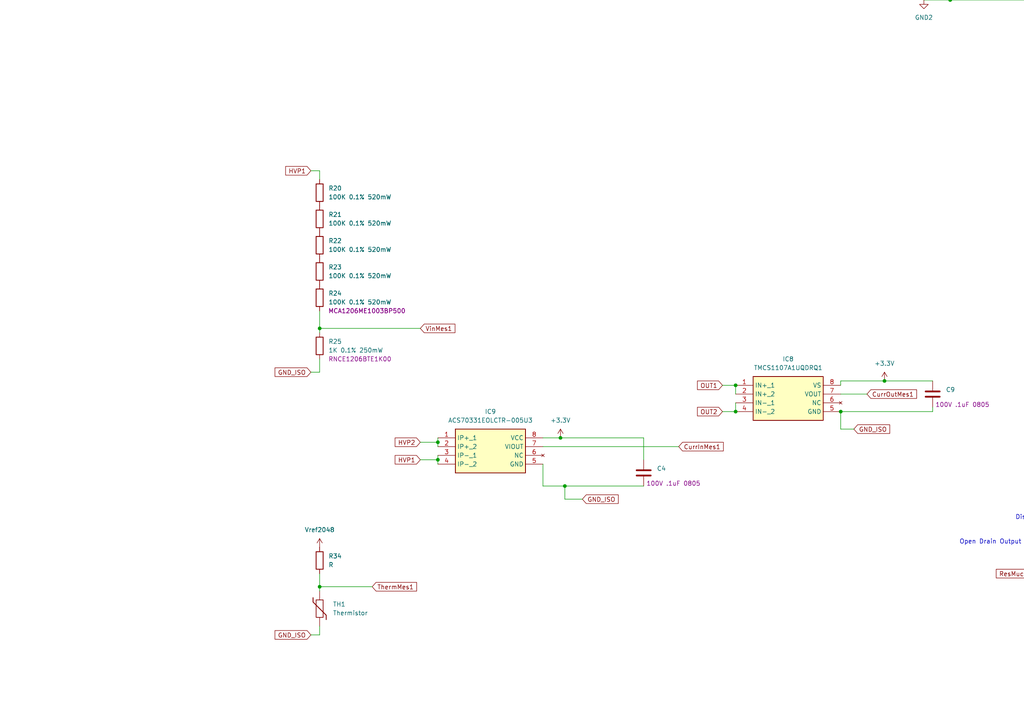
<source format=kicad_sch>
(kicad_sch (version 20250114) (generator "eeschema") (generator_version "9.0")
  (paper "A4")
  (lib_symbols
    (symbol "ACS70331EOLCTR-005U3:ACS70331EOLCTR-005U3"
      (property "Reference" "IC" (at 26.67 7.62 0))
      (property "Value" "ACS70331EOLCTR-005U3" (at 26.67 5.08 0))
      (symbol "ACS70331EOLCTR-005U3_1_1"
        (rectangle (start 5.08 2.54) (end 25.4 -10.16) (stroke (width 0.254)) (fill (type background)))
        (pin passive line (at 0 0 0) (length 5.08) (name "IP+_1") (number "1"))
        (pin passive line (at 0 -2.54 0) (length 5.08) (name "IP+_2") (number "2"))
        (pin passive line (at 0 -5.08 0) (length 5.08) (name "IP-_1") (number "3"))
        (pin passive line (at 0 -7.62 0) (length 5.08) (name "IP-_2") (number "4"))
        (pin passive line (at 30.48 0 180) (length 5.08) (name "VCC") (number "8"))
        (pin passive line (at 30.48 -2.54 180) (length 5.08) (name "VIOUT") (number "7"))
        (pin no_connect line (at 30.48 -5.08 180) (length 5.08) (name "NC") (number "6"))
        (pin passive line (at 30.48 -7.62 180) (length 5.08) (name "GND") (number "5"))
      )
    )
    (symbol "Device:C" (pin_numbers (hide yes)) (pin_names (offset 0.254))
      (property "Reference" "C" (at 0.635 2.54 0))
      (property "Value" "C" (at 0.635 -2.54 0))
      (symbol "C_0_1"
        (polyline (pts (xy -2.032 0.762) (xy 2.032 0.762)) (stroke (width 0.508)))
        (polyline (pts (xy -2.032 -0.762) (xy 2.032 -0.762)) (stroke (width 0.508)))
      )
      (symbol "C_1_1"
        (pin passive line (at 0 3.81 270) (length 2.794) (name "~") (number "1"))
        (pin passive line (at 0 -3.81 90) (length 2.794) (name "~") (number "2"))
      )
    )
    (symbol "Device:R" (pin_numbers (hide yes)) (pin_names (offset 0))
      (property "Reference" "R" (at 2.032 0 90))
      (property "Value" "R" (at 0 0 90))
      (symbol "R_0_1"
        (rectangle (start -1.016 -2.54) (end 1.016 2.54) (stroke (width 0.254)))
      )
      (symbol "R_1_1"
        (pin passive line (at 0 3.81 270) (length 1.27) (name "~") (number "1"))
        (pin passive line (at 0 -3.81 90) (length 1.27) (name "~") (number "2"))
      )
    )
    (symbol "Device:R_Potentiometer_Dual_Separate" (pin_names (offset 1.016) (hide yes))
      (property "Reference" "RV" (at -4.445 0 90))
      (property "Value" "R_Potentiometer_Dual_Separate" (at -2.54 0 90))
      (symbol "R_Potentiometer_Dual_Separate_0_1"
        (rectangle (start 1.016 2.54) (end -1.016 -2.54) (stroke (width 0.254)))
        (polyline (pts (xy 1.143 0) (xy 2.286 0.508) (xy 2.286 -0.508) (xy 1.143 0)) (fill (type outline)))
        (polyline (pts (xy 2.54 0) (xy 1.524 0)))
      )
      (symbol "R_Potentiometer_Dual_Separate_1_1"
        (pin passive line (at 0 3.81 270) (length 1.27) (name "1") (number "1"))
        (pin passive line (at 0 -3.81 90) (length 1.27) (name "3") (number "3"))
        (pin passive line (at 3.81 0 180) (length 1.27) (name "2") (number "2"))
      )
      (symbol "R_Potentiometer_Dual_Separate_2_1"
        (pin passive line (at 0 3.81 270) (length 1.27) (name "4") (number "4"))
        (pin passive line (at 0 -3.81 90) (length 1.27) (name "6") (number "6"))
        (pin passive line (at 3.81 0 180) (length 1.27) (name "5") (number "5"))
      )
    )
    (symbol "Device:Thermistor" (pin_numbers (hide yes)) (pin_names (offset 0))
      (property "Reference" "TH" (at 2.54 1.27 90))
      (property "Value" "Thermistor" (at -2.54 0 90))
      (symbol "Thermistor_0_1"
        (polyline (pts (xy -1.905 3.175) (xy -1.905 1.905) (xy 1.905 -1.905) (xy 1.905 -3.175) (xy 1.905 -3.175)) (stroke (width 0.254)))
        (rectangle (start -1.016 2.54) (end 1.016 -2.54) (stroke (width 0.2032)))
      )
      (symbol "Thermistor_1_1"
        (pin passive line (at 0 5.08 270) (length 2.54) (name "~") (number "1"))
        (pin passive line (at 0 -5.08 90) (length 2.54) (name "~") (number "2"))
      )
    )
    (symbol "New_Library:TLV9024QDRQ1" (pin_names (offset 0.127))
      (property "Reference" "U" (at 0 5.08 0))
      (property "Value" "TLV9024QDRQ1" (at 0 -5.08 0))
      (symbol "TLV9024QDRQ1_1_1"
        (polyline (pts (xy -5.08 5.08) (xy 5.08 0) (xy -5.08 -5.08) (xy -5.08 5.08)) (stroke (width 0.254)) (fill (type background)))
        (pin input line (at -7.62 2.54 0) (length 2.54) (name "+") (number "7"))
        (pin input line (at -7.62 -2.54 0) (length 2.54) (name "-") (number "6"))
        (pin output line (at 7.62 0 180) (length 2.54) (name "~") (number "1"))
      )
      (symbol "TLV9024QDRQ1_2_1"
        (polyline (pts (xy -5.08 5.08) (xy 5.08 0) (xy -5.08 -5.08) (xy -5.08 5.08)) (stroke (width 0.254)) (fill (type background)))
        (pin input line (at -7.62 2.54 0) (length 2.54) (name "+") (number "5"))
        (pin input line (at -7.62 -2.54 0) (length 2.54) (name "-") (number "4"))
        (pin output line (at 7.62 0 180) (length 2.54) (name "~") (number "2"))
      )
      (symbol "TLV9024QDRQ1_3_1"
        (polyline (pts (xy -5.08 5.08) (xy 5.08 0) (xy -5.08 -5.08) (xy -5.08 5.08)) (stroke (width 0.254)) (fill (type background)))
        (pin input line (at -7.62 2.54 0) (length 2.54) (name "+") (number "9"))
        (pin input line (at -7.62 -2.54 0) (length 2.54) (name "-") (number "8"))
        (pin output line (at 7.62 0 180) (length 2.54) (name "~") (number "14"))
      )
      (symbol "TLV9024QDRQ1_4_1"
        (polyline (pts (xy -5.08 5.08) (xy 5.08 0) (xy -5.08 -5.08) (xy -5.08 5.08)) (stroke (width 0.254)) (fill (type background)))
        (pin input line (at -7.62 2.54 0) (length 2.54) (name "+") (number "11"))
        (pin input line (at -7.62 -2.54 0) (length 2.54) (name "-") (number "10"))
        (pin output line (at 7.62 0 180) (length 2.54) (name "~") (number "13"))
      )
      (symbol "TLV9024QDRQ1_5_1"
        (pin power_in line (at -2.54 7.62 270) (length 3.81) (name "V+") (number "3"))
        (pin power_in line (at -2.54 -7.62 90) (length 3.81) (name "V-") (number "12"))
      )
    )
    (symbol "SI8932B-IS:SI8932B-IS"
      (property "Reference" "IC" (at 26.67 7.62 0))
      (property "Value" "SI8932B-IS" (at 26.67 5.08 0))
      (symbol "SI8932B-IS_1_1"
        (rectangle (start 5.08 2.54) (end 25.4 -10.16) (stroke (width 0.254)) (fill (type background)))
        (pin passive line (at 0 0 0) (length 5.08) (name "VDDA") (number "1"))
        (pin passive line (at 0 -2.54 0) (length 5.08) (name "VIN") (number "2"))
        (pin no_connect line (at 0 -5.08 0) (length 5.08) (name "NC") (number "3"))
        (pin passive line (at 0 -7.62 0) (length 5.08) (name "GNDA") (number "4"))
        (pin passive line (at 30.48 0 180) (length 5.08) (name "VDDB") (number "8"))
        (pin passive line (at 30.48 -2.54 180) (length 5.08) (name "AO") (number "7"))
        (pin passive line (at 30.48 -5.08 180) (length 5.08) (name "GNDB_2") (number "6"))
        (pin passive line (at 30.48 -7.62 180) (length 5.08) (name "GNDB_1") (number "5"))
      )
    )
    (symbol "SN74HC74DRG4:SN74HC74DRG4"
      (property "Reference" "IC" (at 26.67 7.62 0))
      (property "Value" "SN74HC74DRG4" (at 26.67 5.08 0))
      (symbol "SN74HC74DRG4_1_1"
        (rectangle (start 5.08 2.54) (end 25.4 -17.78) (stroke (width 0.254)) (fill (type background)))
        (pin passive line (at 0 0 0) (length 5.08) (name "~{1CLR}") (number "1"))
        (pin passive line (at 0 -2.54 0) (length 5.08) (name "1D") (number "2"))
        (pin passive line (at 0 -5.08 0) (length 5.08) (name "1CLK") (number "3"))
        (pin passive line (at 0 -7.62 0) (length 5.08) (name "1~{PRE}") (number "4"))
        (pin passive line (at 0 -10.16 0) (length 5.08) (name "1Q") (number "5"))
        (pin passive line (at 0 -12.7 0) (length 5.08) (name "1~{Q}") (number "6"))
        (pin passive line (at 0 -15.24 0) (length 5.08) (name "GND") (number "7"))
        (pin passive line (at 30.48 0 180) (length 5.08) (name "VCC") (number "14"))
        (pin passive line (at 30.48 -2.54 180) (length 5.08) (name "2~{CLR}") (number "13"))
        (pin passive line (at 30.48 -5.08 180) (length 5.08) (name "2D") (number "12"))
        (pin passive line (at 30.48 -7.62 180) (length 5.08) (name "2CLK") (number "11"))
        (pin passive line (at 30.48 -10.16 180) (length 5.08) (name "2~{PRE}") (number "10"))
        (pin passive line (at 30.48 -12.7 180) (length 5.08) (name "2Q") (number "9"))
        (pin passive line (at 30.48 -15.24 180) (length 5.08) (name "2~{Q}") (number "8"))
      )
    )
    (symbol "TMCS1107A4UQDRQ1:TMCS1107A4UQDRQ1"
      (property "Reference" "IC" (at 26.67 7.62 0))
      (property "Value" "TMCS1107A4UQDRQ1" (at 26.67 5.08 0))
      (symbol "TMCS1107A4UQDRQ1_1_1"
        (rectangle (start 5.08 2.54) (end 25.4 -10.16) (stroke (width 0.254)) (fill (type background)))
        (pin passive line (at 0 0 0) (length 5.08) (name "IN+_1") (number "1"))
        (pin passive line (at 0 -2.54 0) (length 5.08) (name "IN+_2") (number "2"))
        (pin passive line (at 0 -5.08 0) (length 5.08) (name "IN-_1") (number "3"))
        (pin passive line (at 0 -7.62 0) (length 5.08) (name "IN-_2") (number "4"))
        (pin passive line (at 30.48 0 180) (length 5.08) (name "VS") (number "8"))
        (pin passive line (at 30.48 -2.54 180) (length 5.08) (name "VOUT") (number "7"))
        (pin no_connect line (at 30.48 -5.08 180) (length 5.08) (name "NC") (number "6"))
        (pin passive line (at 30.48 -7.62 180) (length 5.08) (name "GND") (number "5"))
      )
    )
    (symbol "power:+3V0" (power) (pin_numbers (hide yes)) (pin_names (offset 0) (hide yes))
      (property "Value" "+3V0" (at 0 3.556 0))
      (symbol "+3V0_0_1"
        (polyline (pts (xy -0.762 1.27) (xy 0 2.54)))
        (polyline (pts (xy 0 2.54) (xy 0.762 1.27)))
        (polyline (pts (xy 0 0) (xy 0 2.54)))
      )
      (symbol "+3V0_1_1"
        (pin power_in line (at 0 0 90) (length 0) (name "~") (number "1"))
      )
    )
    (symbol "power:+5V" (power) (pin_numbers (hide yes)) (pin_names (offset 0) (hide yes))
      (property "Value" "+5V" (at 0 3.556 0))
      (symbol "+5V_0_1"
        (polyline (pts (xy -0.762 1.27) (xy 0 2.54)))
        (polyline (pts (xy 0 2.54) (xy 0.762 1.27)))
        (polyline (pts (xy 0 0) (xy 0 2.54)))
      )
      (symbol "+5V_1_1"
        (pin power_in line (at 0 0 90) (length 0) (name "~") (number "1"))
      )
    )
    (symbol "power:GND2" (power) (pin_numbers (hide yes)) (pin_names (offset 0) (hide yes))
      (property "Value" "GND2" (at 0 -3.81 0))
      (symbol "GND2_0_1"
        (polyline (pts (xy 0 0) (xy 0 -1.27) (xy 1.27 -1.27) (xy 0 -2.54) (xy -1.27 -1.27) (xy 0 -1.27)))
      )
      (symbol "GND2_1_1"
        (pin power_in line (at 0 0 270) (length 0) (name "~") (number "1"))
      )
    )
  )
  (text "Example of charging power\nOUT I\nACS770LCB-100U \nUni 100A 40mV/A 4800VAC 1min\nVcc = 5V\n22kW/250V= 88A, 22kW/300=73A\nOCP is around 4.033V 4.194V => (4.033+4.194)/2=4113.5mV (102.8A)\nIoutNom = 70A (DJC)\nVoltage range nominal (0,500v) 2%\n102/70= 1.45\n\nProposition prim \nACS70331EOLCTR-005U3\n5A uniderectional, 3.3V, 400mV/A, SOIC 8, very simple \n2euros mouser \nSpec 1200/360=3.33A\n5A/3.33A= 1.5\nout 0 to 3V (perfect)\nOR \nTMCS1107A4U \n3euros mouser \n10A\n\n\nSecondary 1200/42=28.57A \n(target 1.5 = 43A check 45 or 50A)\nTMCS1107A2UQDR \n100mV/A 3.3V\nsimple \nif you want more current \ncheck \nTMCS1107A1U\n86A Uniderectional \n43A \nmouser 2.96euros " (at 320.802 311.15 0) (effects (font (size 1.27 1.27) (bold yes))))
  (text "DisableMCU must be open drain\n" (at 310.134 150.114 0) (effects (font (size 1.27 1.27))))
  (text "Open Drain Output\n" (at 287.274 157.226 0) (effects (font (size 1.27 1.27))))
  (junction (at 92.71 170.18))
  (junction (at 281.94 246.38))
  (junction (at 257.81 250.19))
  (junction (at 281.94 262.89))
  (junction (at 349.25 163.83))
  (junction (at 382.27 166.37))
  (junction (at 213.36 111.76))
  (junction (at 213.36 119.38))
  (junction (at 382.27 168.91))
  (junction (at 320.04 158.75))
  (junction (at 275.59 -17.78))
  (junction (at 127 133.35))
  (junction (at 243.84 119.38))
  (junction (at 387.35 168.91))
  (junction (at 382.27 157.48))
  (junction (at 302.26 0))
  (junction (at 257.81 306.07))
  (junction (at 349.25 180.34))
  (junction (at 381 0))
  (junction (at 382.27 163.83))
  (junction (at 257.81 294.64))
  (junction (at 397.51 -21.59))
  (junction (at 92.71 95.25))
  (junction (at 349.25 173.99))
  (junction (at 335.28 0))
  (junction (at 127 128.27))
  (junction (at 256.54 110.49))
  (junction (at 162.56 127))
  (junction (at 163.83 140.97))
  (junction (at 257.81 276.86))
  (junction (at 335.28 -7.62))
  (junction (at 344.17 -11.43))
  (junction (at 275.59 0))
  (wire (pts (xy 243.84 124.46) (xy 243.84 119.38)))
  (wire (pts (xy 381 -21.59) (xy 397.51 -21.59)))
  (wire (pts (xy 228.6 265.43) (xy 232.41 265.43)))
  (wire (pts (xy 344.17 -11.43) (xy 350.52 -11.43)))
  (wire (pts (xy 335.28 0) (xy 350.52 0)))
  (wire (pts (xy 381 0) (xy 389.89 0)))
  (wire (pts (xy 275.59 -17.78) (xy 275.59 -15.24)))
  (wire (pts (xy 257.81 250.19) (xy 257.81 276.86)))
  (wire (pts (xy 344.17 168.91) (xy 351.79 168.91)))
  (wire (pts (xy 381 -5.08) (xy 386.08 -5.08)))
  (wire (pts (xy 311.15 158.75) (xy 320.04 158.75)))
  (wire (pts (xy 345.44 -5.08) (xy 345.44 -7.62)))
  (wire (pts (xy 275.59 -7.62) (xy 275.59 0)))
  (wire (pts (xy 397.51 -24.13) (xy 397.51 -21.59)))
  (wire (pts (xy 381 -2.54) (xy 381 0)))
  (wire (pts (xy 92.71 184.15) (xy 90.17 184.15)))
  (wire (pts (xy 353.06 182.88) (xy 349.25 182.88)))
  (wire (pts (xy 127 132.08) (xy 127 133.35)))
  (wire (pts (xy 243.84 110.49) (xy 256.54 110.49)))
  (wire (pts (xy 228.6 321.31) (xy 232.41 321.31)))
  (wire (pts (xy 127 128.27) (xy 127 129.54)))
  (wire (pts (xy 382.27 157.48) (xy 392.43 157.48)))
  (wire (pts (xy 257.81 294.64) (xy 257.81 276.86)))
  (wire (pts (xy 232.41 351.79) (xy 232.41 350.52)))
  (wire (pts (xy 209.55 111.76) (xy 213.36 111.76)))
  (wire (pts (xy 247.65 124.46) (xy 243.84 124.46)))
  (wire (pts (xy 351.79 173.99) (xy 349.25 173.99)))
  (wire (pts (xy 382.27 157.48) (xy 382.27 158.75)))
  (wire (pts (xy 127 133.35) (xy 127 134.62)))
  (wire (pts (xy 312.42 152.4) (xy 320.04 152.4)))
  (wire (pts (xy 243.84 110.49) (xy 243.84 111.76)))
  (wire (pts (xy 397.51 -20.32) (xy 397.51 -21.59)))
  (wire (pts (xy 163.83 140.97) (xy 186.69 140.97)))
  (wire (pts (xy 350.52 -7.62) (xy 350.52 -11.43)))
  (wire (pts (xy 240.03 279.4) (xy 240.03 287.02)))
  (wire (pts (xy 320.04 152.4) (xy 320.04 158.75)))
  (wire (pts (xy 267.97 0) (xy 275.59 0)))
  (wire (pts (xy 209.55 119.38) (xy 213.36 119.38)))
  (wire (pts (xy 382.27 168.91) (xy 387.35 168.91)))
  (wire (pts (xy 240.03 260.35) (xy 236.22 260.35)))
  (wire (pts (xy 232.41 321.31) (xy 232.41 320.04)))
  (wire (pts (xy 162.56 127) (xy 186.69 127)))
  (wire (pts (xy 92.71 96.52) (xy 92.71 95.25)))
  (wire (pts (xy 392.43 -11.43) (xy 397.51 -11.43)))
  (wire (pts (xy 275.59 -29.21) (xy 275.59 -31.75)))
  (wire (pts (xy 157.48 129.54) (xy 196.85 129.54)))
  (wire (pts (xy 240.03 252.73) (xy 240.03 260.35)))
  (wire (pts (xy 257.81 336.55) (xy 255.27 336.55)))
  (wire (pts (xy 302.26 0) (xy 335.28 0)))
  (wire (pts (xy 243.84 119.38) (xy 270.51 119.38)))
  (wire (pts (xy 232.41 292.1) (xy 232.41 290.83)))
  (wire (pts (xy 255.27 306.07) (xy 257.81 306.07)))
  (wire (pts (xy 257.81 336.55) (xy 257.81 306.07)))
  (wire (pts (xy 213.36 111.76) (xy 213.36 114.3)))
  (wire (pts (xy 387.35 168.91) (xy 387.35 180.34)))
  (wire (pts (xy 228.6 292.1) (xy 232.41 292.1)))
  (wire (pts (xy 349.25 182.88) (xy 349.25 180.34)))
  (wire (pts (xy 255.27 276.86) (xy 257.81 276.86)))
  (wire (pts (xy 302.26 -3.81) (xy 302.26 0)))
  (wire (pts (xy 298.45 255.27) (xy 298.45 262.89)))
  (wire (pts (xy 382.27 161.29) (xy 382.27 163.83)))
  (wire (pts (xy 381 -21.59) (xy 381 -7.62)))
  (wire (pts (xy 298.45 246.38) (xy 298.45 247.65)))
  (wire (pts (xy 270.51 118.11) (xy 270.51 119.38)))
  (wire (pts (xy 281.94 246.38) (xy 281.94 247.65)))
  (wire (pts (xy 349.25 173.99) (xy 349.25 163.83)))
  (wire (pts (xy 392.43 165.1) (xy 392.43 168.91)))
  (wire (pts (xy 320.04 158.75) (xy 351.79 158.75)))
  (wire (pts (xy 243.84 114.3) (xy 251.46 114.3)))
  (wire (pts (xy 92.71 49.53) (xy 90.17 49.53)))
  (wire (pts (xy 349.25 163.83) (xy 349.25 161.29)))
  (wire (pts (xy 392.43 168.91) (xy 387.35 168.91)))
  (wire (pts (xy 92.71 181.61) (xy 92.71 184.15)))
  (wire (pts (xy 186.69 133.35) (xy 186.69 127)))
  (wire (pts (xy 127 127) (xy 127 128.27)))
  (wire (pts (xy 92.71 107.95) (xy 92.71 104.14)))
  (wire (pts (xy 257.81 237.49) (xy 257.81 250.19)))
  (wire (pts (xy 270.51 -31.75) (xy 275.59 -31.75)))
  (wire (pts (xy 397.51 -11.43) (xy 397.51 -12.7)))
  (wire (pts (xy 92.71 90.17) (xy 92.71 95.25)))
  (wire (pts (xy 232.41 265.43) (xy 232.41 264.16)))
  (wire (pts (xy 336.55 171.45) (xy 351.79 171.45)))
  (wire (pts (xy 236.22 247.65) (xy 240.03 247.65)))
  (wire (pts (xy 157.48 127) (xy 162.56 127)))
  (wire (pts (xy 350.52 -5.08) (xy 345.44 -5.08)))
  (wire (pts (xy 168.91 144.78) (xy 163.83 144.78)))
  (wire (pts (xy 349.25 180.34) (xy 349.25 173.99)))
  (wire (pts (xy 213.36 116.84) (xy 213.36 119.38)))
  (wire (pts (xy 275.59 0) (xy 302.26 0)))
  (wire (pts (xy 229.87 274.32) (xy 240.03 274.32)))
  (wire (pts (xy 92.71 52.07) (xy 92.71 49.53)))
  (wire (pts (xy 92.71 95.25) (xy 121.92 95.25)))
  (wire (pts (xy 256.54 110.49) (xy 270.51 110.49)))
  (wire (pts (xy 275.59 -17.78) (xy 335.28 -17.78)))
  (wire (pts (xy 349.25 180.34) (xy 387.35 180.34)))
  (wire (pts (xy 157.48 134.62) (xy 157.48 140.97)))
  (wire (pts (xy 92.71 171.45) (xy 92.71 170.18)))
  (wire (pts (xy 281.94 246.38) (xy 298.45 246.38)))
  (wire (pts (xy 257.81 228.6) (xy 257.81 229.87)))
  (wire (pts (xy 281.94 245.11) (xy 281.94 246.38)))
  (wire (pts (xy 157.48 140.97) (xy 163.83 140.97)))
  (wire (pts (xy 275.59 -21.59) (xy 275.59 -17.78)))
  (wire (pts (xy 90.17 107.95) (xy 92.71 107.95)))
  (wire (pts (xy 281.94 262.89) (xy 298.45 262.89)))
  (wire (pts (xy 382.27 163.83) (xy 382.27 166.37)))
  (wire (pts (xy 240.03 316.23) (xy 236.22 316.23)))
  (wire (pts (xy 236.22 303.53) (xy 240.03 303.53)))
  (wire (pts (xy 281.94 264.16) (xy 281.94 262.89)))
  (wire (pts (xy 163.83 144.78) (xy 163.83 140.97)))
  (wire (pts (xy 240.03 308.61) (xy 240.03 316.23)))
  (wire (pts (xy 92.71 170.18) (xy 107.95 170.18)))
  (wire (pts (xy 228.6 351.79) (xy 232.41 351.79)))
  (wire (pts (xy 240.03 287.02) (xy 236.22 287.02)))
  (wire (pts (xy 345.44 -7.62) (xy 335.28 -7.62)))
  (wire (pts (xy 257.81 294.64) (xy 265.43 294.64)))
  (wire (pts (xy 351.79 166.37) (xy 298.45 166.37)))
  (wire (pts (xy 255.27 250.19) (xy 257.81 250.19)))
  (wire (pts (xy 121.92 133.35) (xy 127 133.35)))
  (wire (pts (xy 257.81 306.07) (xy 257.81 294.64)))
  (wire (pts (xy 349.25 163.83) (xy 351.79 163.83)))
  (wire (pts (xy 92.71 170.18) (xy 92.71 166.37)))
  (wire (pts (xy 228.6 334.01) (xy 240.03 334.01)))
  (wire (pts (xy 382.27 166.37) (xy 382.27 168.91)))
  (wire (pts (xy 121.92 128.27) (xy 127 128.27)))
  (wire (pts (xy 302.26 -11.43) (xy 344.17 -11.43)))
  (wire (pts (xy 349.25 161.29) (xy 351.79 161.29)))
  (wire (pts (xy 240.03 339.09) (xy 240.03 346.71)))
  (wire (pts (xy 240.03 346.71) (xy 236.22 346.71)))
  (wire (pts (xy 335.28 -7.62) (xy 335.28 -17.78)))
  (global_label "GND_ISO" (shape input) (at 90.17 107.95 180) (property "Intersheetrefs" "${INTERSHEET_REFS}" (effects (hide yes))))
  (global_label "VoutMes1" (shape input) (at 229.87 274.32 180) (property "Intersheetrefs" "${INTERSHEET_REFS}" (effects (hide yes))))
  (global_label "GND_ISO" (shape input) (at 228.6 292.1 180) (property "Intersheetrefs" "${INTERSHEET_REFS}" (effects (hide yes))))
  (global_label "HVP1" (shape input) (at 121.92 133.35 180) (property "Intersheetrefs" "${INTERSHEET_REFS}" (effects (hide yes))))
  (global_label "OUT1" (shape input) (at 270.51 -31.75 180) (property "Intersheetrefs" "${INTERSHEET_REFS}" (effects (hide yes))))
  (global_label "VinMes1" (shape input) (at 121.92 95.25 0) (property "Intersheetrefs" "${INTERSHEET_REFS}" (effects (hide yes))))
  (global_label "HVP2" (shape input) (at 121.92 128.27 180) (property "Intersheetrefs" "${INTERSHEET_REFS}" (effects (hide yes))))
  (global_label "GND_ISO" (shape input) (at 90.17 184.15 180) (property "Intersheetrefs" "${INTERSHEET_REFS}" (effects (hide yes))))
  (global_label "CurrInMes1" (shape input) (at 196.85 129.54 0) (property "Intersheetrefs" "${INTERSHEET_REFS}" (effects (hide yes))))
  (global_label "CurrOutMes1" (shape input) (at 251.46 114.3 0) (property "Intersheetrefs" "${INTERSHEET_REFS}" (effects (hide yes))))
  (global_label "EN1" (shape input) (at 344.17 168.91 180) (property "Intersheetrefs" "${INTERSHEET_REFS}" (effects (hide yes))))
  (global_label "GND_ISO" (shape input) (at 392.43 -11.43 180) (property "Intersheetrefs" "${INTERSHEET_REFS}" (effects (hide yes))))
  (global_label "OUT1" (shape input) (at 209.55 111.76 180) (property "Intersheetrefs" "${INTERSHEET_REFS}" (effects (hide yes))))
  (global_label "GND_ISO" (shape input) (at 228.6 265.43 180) (property "Intersheetrefs" "${INTERSHEET_REFS}" (effects (hide yes))))
  (global_label "CurrInMes1" (shape input) (at 236.22 303.53 180) (property "Intersheetrefs" "${INTERSHEET_REFS}" (effects (hide yes))))
  (global_label "GND_ISO" (shape input) (at 247.65 124.46 0) (property "Intersheetrefs" "${INTERSHEET_REFS}" (effects (hide yes))))
  (global_label "ThermMes1" (shape input) (at 107.95 170.18 0) (property "Intersheetrefs" "${INTERSHEET_REFS}" (effects (hide yes))))
  (global_label "GND_ISO" (shape input) (at 281.94 264.16 270) (property "Intersheetrefs" "${INTERSHEET_REFS}" (effects (hide yes))))
  (global_label "GND_ISO" (shape input) (at 168.91 144.78 0) (property "Intersheetrefs" "${INTERSHEET_REFS}" (effects (hide yes))))
  (global_label "HVP1" (shape input) (at 90.17 49.53 180) (property "Intersheetrefs" "${INTERSHEET_REFS}" (effects (hide yes))))
  (global_label "ResMuc" (shape input) (at 298.45 166.37 180) (property "Intersheetrefs" "${INTERSHEET_REFS}" (effects (hide yes))))
  (global_label "GND_ISO" (shape input) (at 389.89 0 0) (property "Intersheetrefs" "${INTERSHEET_REFS}" (effects (hide yes))))
  (global_label "FeedbacktoMCU" (shape input) (at 336.55 171.45 180) (property "Intersheetrefs" "${INTERSHEET_REFS}" (effects (hide yes))))
  (global_label "VinMes1" (shape input) (at 236.22 247.65 180) (property "Intersheetrefs" "${INTERSHEET_REFS}" (effects (hide yes))))
  (global_label "CompOut" (shape input) (at 265.43 294.64 0) (property "Intersheetrefs" "${INTERSHEET_REFS}" (effects (hide yes))))
  (global_label "VoutMes1" (shape input) (at 386.08 -5.08 0) (property "Intersheetrefs" "${INTERSHEET_REFS}" (effects (hide yes))))
  (global_label "DisableMCU" (shape input) (at 312.42 152.4 180) (property "Intersheetrefs" "${INTERSHEET_REFS}" (effects (hide yes))))
  (global_label "GND_ISO" (shape input) (at 228.6 321.31 180) (property "Intersheetrefs" "${INTERSHEET_REFS}" (effects (hide yes))))
  (global_label "OUT2" (shape input) (at 209.55 119.38 180) (property "Intersheetrefs" "${INTERSHEET_REFS}" (effects (hide yes))))
  (global_label "GND_ISO" (shape input) (at 228.6 351.79 180) (property "Intersheetrefs" "${INTERSHEET_REFS}" (effects (hide yes))))
  (global_label "CurrOutMes1" (shape input) (at 228.6 334.01 180) (property "Intersheetrefs" "${INTERSHEET_REFS}" (effects (hide yes))))
  (global_label "CompOut" (shape input) (at 311.15 158.75 180) (property "Intersheetrefs" "${INTERSHEET_REFS}" (effects (hide yes))))
  (global_label "GND_ISO" (shape input) (at 353.06 182.88 0) (property "Intersheetrefs" "${INTERSHEET_REFS}" (effects (hide yes))))
  (symbol (lib_id "Device:R_Potentiometer_Dual_Separate") (at 232.41 260.35 0) (unit 1)
    (property "Reference" "RV2" (at 229.87 259.0799 0) (effects (justify right)))
    (property "Value" "100k" (at 229.87 261.6199 0) (effects (justify right)))
    (property "Description" "Dual potentiometer, separate units" (effects (hide yes)))
  )
  (symbol (lib_id "power:+5V") (at 344.17 -11.43 0) (unit 1)
    (property "Reference" "#PWR042" (effects (hide yes)))
    (property "Value" "+3.3V_second" (at 344.17 -15.24 0))
    (property "Description" "Power symbol creates a global label with name \"+5V\"" (effects (hide yes)))
  )
  (symbol (lib_id "power:+3V0") (at 232.41 342.9 0) (unit 1)
    (property "Reference" "#PWR035" (effects (hide yes)))
    (property "Value" "Vref2048" (at 232.41 337.82 0))
    (property "Description" "Power symbol creates a global label with name \"+3V0\"" (effects (hide yes)))
  )
  (symbol (lib_id "Device:R") (at 92.71 55.88 0) (unit 1)
    (property "Reference" "R20" (at 95.25 54.6099 0) (effects (justify left)))
    (property "Value" "100K 0.1% 520mW" (at 95.25 57.1499 0) (effects (justify left)))
    (property "Footprint" "Resistor_SMD:R_1206_3216Metric" (effects (hide yes)))
    (property "Description" "Resistor" (effects (hide yes)))
  )
  (symbol (lib_id "Device:C") (at 270.51 114.3 0) (unit 1)
    (property "Reference" "C9" (at 274.32 113.0299 0) (effects (justify left)))
    (property "Value" "SH21B104K101CT" (effects (hide yes)))
    (property "Footprint" "Capacitor_SMD:C_0805_2012Metric" (effects (hide yes)))
    (property "Datasheet" "https://www.mouser.fr/datasheet/3/317/1/WTC_MLCC_Soft_term_SH.pdf" (effects (hide yes)))
    (property "Description" "100V .1uF 0805" (at 279.146 117.348 0))
    (property "Manufacturer_Name" "Walsin" (effects (hide yes)))
    (property "Manufacturer_Part_Number " "SH21B104K101CT" (effects (hide yes)))
    (property "Mouser Part Number" "791-SH21B104K101CT" (effects (hide yes)))
  )
  (symbol (lib_id "Device:C") (at 397.51 -16.51 0) (unit 1)
    (property "Reference" "C28" (at 401.32 -17.7801 0) (effects (justify left)))
    (property "Value" "SH21B104K101CT" (effects (hide yes)))
    (property "Footprint" "Capacitor_SMD:C_0805_2012Metric" (effects (hide yes)))
    (property "Datasheet" "https://www.mouser.fr/datasheet/3/317/1/WTC_MLCC_Soft_term_SH.pdf" (effects (hide yes)))
    (property "Description" "100V .1uF 0805" (at 406.146 -13.462 0))
    (property "Manufacturer_Name" "Walsin" (effects (hide yes)))
    (property "Manufacturer_Part_Number " "SH21B104K101CT" (effects (hide yes)))
    (property "Mouser Part Number" "791-SH21B104K101CT" (effects (hide yes)))
  )
  (symbol (lib_id "power:+3V0") (at 232.41 312.42 0) (unit 1)
    (property "Reference" "#PWR032" (effects (hide yes)))
    (property "Value" "Vref2048" (at 232.41 307.34 0))
    (property "Description" "Power symbol creates a global label with name \"+3V0\"" (effects (hide yes)))
  )
  (symbol (lib_id "New_Library:TLV9024QDRQ1") (at 284.48 255.27 0) (unit 5)
    (property "Reference" "U9" (at 283.21 253.9999 0) (effects (justify left)))
    (property "Value" "TLV9024QDRQ1" (at 283.21 256.5399 0) (effects (justify left)))
    (property "Footprint" "Package_SO:SOIC-14_3.9x8.7mm_P1.27mm" (effects (hide yes)))
    (property "Datasheet" "https://www.ti.com/lit/ds/symlink/tlv9022-q1.pdf" (effects (hide yes)))
    (property "Description" "Quad channel comparators, SOIC-14" (effects (hide yes)))
  )
  (symbol (lib_id "Device:R") (at 92.71 63.5 0) (unit 1)
    (property "Reference" "R21" (at 95.25 62.2299 0) (effects (justify left)))
    (property "Value" "100K 0.1% 520mW" (at 95.25 64.7699 0) (effects (justify left)))
    (property "Footprint" "Resistor_SMD:R_1206_3216Metric" (effects (hide yes)))
    (property "Description" "Resistor" (effects (hide yes)))
  )
  (symbol (lib_id "ACS70331EOLCTR-005U3:ACS70331EOLCTR-005U3") (at 127 127 0) (unit 1)
    (property "Reference" "IC9" (at 142.24 119.38 0))
    (property "Value" "ACS70331EOLCTR-005U3" (at 142.24 121.92 0))
    (property "Footprint" "ACS70331EOLCTR-005U3:SOIC127P600X175-8N" (effects (hide yes)))
    (property "Datasheet" "https://www.allegromicro.com/-/media/files/datasheets/acs70331-datasheet.ashx" (effects (hide yes)))
    (property "Description" "High Sensitivity, Gmr-Based Current Sensor IC" (effects (hide yes)))
    (property "Height" "1.75" (effects (hide yes)))
    (property "Mouser Part Number" "250-70331EOLCTR005U3" (effects (hide yes)))
    (property "Mouser Price/Stock" "https://www.mouser.co.uk/ProductDetail/Allegro-MicroSystems/ACS70331EOLCTR-005U3?qs=pUKx8fyJudDz9FJ7uQ14Rw%3D%3D" (effects (hide yes)))
    (property "Manufacturer_Name" "Allegro Microsystems" (effects (hide yes)))
    (property "Manufacturer_Part_Number" "ACS70331EOLCTR-005U3" (effects (hide yes)))
  )
  (symbol (lib_id "Device:R") (at 92.71 71.12 0) (unit 1)
    (property "Reference" "R22" (at 95.25 69.8499 0) (effects (justify left)))
    (property "Value" "100K 0.1% 520mW" (at 95.25 72.3899 0) (effects (justify left)))
    (property "Footprint" "Resistor_SMD:R_1206_3216Metric" (effects (hide yes)))
    (property "Description" "Resistor" (effects (hide yes)))
  )
  (symbol (lib_id "power:+3V0") (at 92.71 158.75 0) (mirror y) (unit 1)
    (property "Reference" "#PWR036" (effects (hide yes)))
    (property "Value" "Vref2048" (at 92.71 153.67 0))
    (property "Description" "Power symbol creates a global label with name \"+3V0\"" (effects (hide yes)))
  )
  (symbol (lib_id "Device:R") (at 92.71 100.33 0) (unit 1)
    (property "Reference" "R25" (at 95.25 99.0599 0) (effects (justify left)))
    (property "Value" "1K 0.1% 250mW" (at 95.25 101.5999 0) (effects (justify left)))
    (property "Footprint" "Resistor_SMD:R_1206_3216Metric" (effects (hide yes)))
    (property "Datasheet" "https://www.mouser.fr/datasheet/2/385/SEI_RNCE-3567365.pdf" (effects (hide yes)))
    (property "Description" "RNCE1206BTE1K00" (at 104.394 104.14 0))
  )
  (symbol (lib_id "power:+5V") (at 382.27 157.48 0) (unit 1)
    (property "Reference" "#PWR06" (effects (hide yes)))
    (property "Value" "+3.3V" (at 382.27 152.4 0))
    (property "Description" "Power symbol creates a global label with name \"+5V\"" (effects (hide yes)))
  )
  (symbol (lib_id "New_Library:TLV9024QDRQ1") (at 247.65 276.86 0) (unit 1)
    (property "Reference" "U9" (at 247.65 266.7 0))
    (property "Value" "TLV9024QDRQ1" (at 247.65 269.24 0))
    (property "Footprint" "Package_SO:SOIC-14_3.9x8.7mm_P1.27mm" (effects (hide yes)))
    (property "Datasheet" "https://www.ti.com/lit/ds/symlink/tlv9022-q1.pdf" (effects (hide yes)))
    (property "Description" "Quad channel comparators, SOIC-14" (effects (hide yes)))
  )
  (symbol (lib_id "Device:C") (at 335.28 -3.81 0) (unit 1)
    (property "Reference" "C31" (at 339.09 -5.0801 0) (effects (justify left)))
    (property "Value" "1nF" (at 339.09 -2.5401 0) (effects (justify left)))
    (property "Description" "Unpolarized capacitor" (effects (hide yes)))
  )
  (symbol (lib_id "power:GND2") (at 267.97 0 0) (unit 1)
    (property "Reference" "#PWR023" (effects (hide yes)))
    (property "Value" "GND2" (at 267.97 5.08 0))
    (property "Description" "Power symbol creates a global label with name \"GND2\" , ground" (effects (hide yes)))
  )
  (symbol (lib_id "Device:R_Potentiometer_Dual_Separate") (at 232.41 287.02 0) (unit 1)
    (property "Reference" "RV1" (at 229.87 285.7499 0) (effects (justify right)))
    (property "Value" "100k" (at 229.87 288.2899 0) (effects (justify right)))
    (property "Description" "Dual potentiometer, separate units" (effects (hide yes)))
  )
  (symbol (lib_id "Device:C") (at 298.45 251.46 0) (unit 1)
    (property "Reference" "C22" (at 302.26 250.1899 0) (effects (justify left)))
    (property "Value" "SH21B104K101CT" (effects (hide yes)))
    (property "Footprint" "Capacitor_SMD:C_0805_2012Metric" (effects (hide yes)))
    (property "Datasheet" "https://www.mouser.fr/datasheet/3/317/1/WTC_MLCC_Soft_term_SH.pdf" (effects (hide yes)))
    (property "Description" "100V .1uF 0805" (at 307.086 254.508 0))
    (property "Manufacturer_Name" "Walsin" (effects (hide yes)))
    (property "Manufacturer_Part_Number " "SH21B104K101CT" (effects (hide yes)))
    (property "Mouser Part Number" "791-SH21B104K101CT" (effects (hide yes)))
  )
  (symbol (lib_id "New_Library:TLV9024QDRQ1") (at 247.65 336.55 0) (unit 4)
    (property "Reference" "U9" (at 247.65 326.39 0))
    (property "Value" "TLV9024QDRQ1" (at 247.65 328.93 0))
    (property "Footprint" "Package_SO:SOIC-14_3.9x8.7mm_P1.27mm" (effects (hide yes)))
    (property "Datasheet" "https://www.ti.com/lit/ds/symlink/tlv9022-q1.pdf" (effects (hide yes)))
    (property "Description" "Quad channel comparators, SOIC-14" (effects (hide yes)))
  )
  (symbol (lib_id "SN74HC74DRG4:SN74HC74DRG4") (at 351.79 158.75 0) (unit 1)
    (property "Reference" "IC6" (at 367.03 151.13 0))
    (property "Value" "SN74HC74DRG4" (at 367.03 153.67 0))
    (property "Footprint" "SN74HC74DRG4:SOIC127P600X175-14N" (effects (hide yes)))
    (property "Datasheet" "http://www.ti.com/lit/gpn/SN74HC74" (effects (hide yes)))
    (property "Description" "Dual D-Type Positive-Edge-Triggered Flip-Flops With Clear and Preset" (effects (hide yes)))
    (property "Height" "1.75" (effects (hide yes)))
    (property "Mouser Part Number" "595-SN74HC74DRG4" (effects (hide yes)))
    (property "Mouser Price/Stock" "https://www.mouser.co.uk/ProductDetail/Texas-Instruments/SN74HC74DRG4?qs=AgY10sKTvDJa4hSfohivVQ%3D%3D" (effects (hide yes)))
    (property "Manufacturer_Name" "Texas Instruments" (effects (hide yes)))
    (property "Manufacturer_Part_Number" "SN74HC74DRG4" (effects (hide yes)))
    (property "Field10" "595-SN74HC74DRG4" (at 367.284 177.8 0))
  )
  (symbol (lib_id "Device:R") (at 257.81 233.68 0) (unit 1)
    (property "Reference" "R43" (at 260.35 232.4099 0) (effects (justify left)))
    (property "Value" "10K" (at 260.35 234.9499 0) (effects (justify left)))
    (property "Footprint" "Resistor_SMD:R_1206_3216Metric" (effects (hide yes)))
    (property "Description" "Resistor" (effects (hide yes)))
  )
  (symbol (lib_id "Device:C") (at 392.43 161.29 0) (unit 1)
    (property "Reference" "C20" (at 396.24 160.0199 0) (effects (justify left)))
    (property "Value" "SH21B104K101CT" (effects (hide yes)))
    (property "Footprint" "Capacitor_SMD:C_0805_2012Metric" (effects (hide yes)))
    (property "Datasheet" "https://www.mouser.fr/datasheet/3/317/1/WTC_MLCC_Soft_term_SH.pdf" (effects (hide yes)))
    (property "Description" "100V .1uF 0805" (at 401.066 164.338 0))
    (property "Manufacturer_Name" "Walsin" (effects (hide yes)))
    (property "Manufacturer_Part_Number " "SH21B104K101CT" (effects (hide yes)))
    (property "Mouser Part Number" "791-SH21B104K101CT" (effects (hide yes)))
  )
  (symbol (lib_id "power:+5V") (at 162.56 127 0) (unit 1)
    (property "Reference" "#PWR01" (effects (hide yes)))
    (property "Value" "+3.3V" (at 162.56 121.92 0))
    (property "Description" "Power symbol creates a global label with name \"+5V\"" (effects (hide yes)))
  )
  (symbol (lib_id "Device:R") (at 275.59 -11.43 0) (unit 1)
    (property "Reference" "R27" (at 278.13 -12.7001 0) (effects (justify left)))
    (property "Value" "1K 0.1% 250mW" (at 278.13 -10.1601 0) (effects (justify left)))
    (property "Datasheet" "https://www.mouser.fr/datasheet/2/385/SEI_RNCE-3567365.pdf" (effects (hide yes)))
    (property "Description" "RNCE1206BTE1K00" (at 287.274 -7.62 0))
  )
  (symbol (lib_id "power:GND2") (at 335.28 0 0) (unit 1)
    (property "Reference" "#PWR043" (effects (hide yes)))
    (property "Value" "GND2" (at 337.82 1.2699 0) (effects (justify left)))
    (property "Description" "Power symbol creates a global label with name \"GND2\" , ground" (effects (hide yes)))
  )
  (symbol (lib_id "power:+5V") (at 397.51 -24.13 0) (unit 1)
    (property "Reference" "#PWR015" (effects (hide yes)))
    (property "Value" "+3.3V" (at 397.51 -29.21 0))
    (property "Description" "Power symbol creates a global label with name \"+5V\"" (effects (hide yes)))
  )
  (symbol (lib_id "power:+3V0") (at 232.41 256.54 0) (unit 1)
    (property "Reference" "#PWR028" (effects (hide yes)))
    (property "Value" "Vref2048" (at 232.41 251.46 0))
    (property "Description" "Power symbol creates a global label with name \"+3V0\"" (effects (hide yes)))
  )
  (symbol (lib_id "Device:R") (at 92.71 78.74 0) (unit 1)
    (property "Reference" "R23" (at 95.25 77.4699 0) (effects (justify left)))
    (property "Value" "100K 0.1% 520mW" (at 95.25 80.0099 0) (effects (justify left)))
    (property "Footprint" "Resistor_SMD:R_1206_3216Metric" (effects (hide yes)))
    (property "Description" "Resistor" (effects (hide yes)))
  )
  (symbol (lib_id "SI8932B-IS:SI8932B-IS") (at 350.52 -7.62 0) (unit 1)
    (property "Reference" "IC5" (at 365.76 -13.97 0))
    (property "Value" "SI8932B-IS" (at 365.76 -11.43 0))
    (property "Footprint" "SOIC127P600X175-8N" (effects (hide yes)))
    (property "Datasheet" "https://www.skyworksinc.com/-/media/SkyWorks/SL/documents/public/data-sheets/si8931-32-datasheet.pdf" (effects (hide yes)))
    (property "Description" "Isolation Amplifiers Isolated voltage sensor with single ended input and single ended output. Narrow body S08." (effects (hide yes)))
    (property "Height" "1.75" (effects (hide yes)))
    (property "Mouser Part Number" "873-SI8932B-IS" (effects (hide yes)))
    (property "Mouser Price/Stock" "https://www.mouser.co.uk/ProductDetail/Skyworks-Solutions-Inc/SI8932B-IS?qs=yqaQSyyJnNgaRLq9HA2Jow%3D%3D" (effects (hide yes)))
    (property "Manufacturer_Name" "Skyworks" (effects (hide yes)))
    (property "Manufacturer_Part_Number" "SI8932B-IS" (effects (hide yes)))
  )
  (symbol (lib_id "power:+5V") (at 256.54 110.49 0) (unit 1)
    (property "Reference" "#PWR08" (effects (hide yes)))
    (property "Value" "+3.3V" (at 256.54 105.41 0))
    (property "Description" "Power symbol creates a global label with name \"+5V\"" (effects (hide yes)))
  )
  (symbol (lib_id "power:+3V0") (at 232.41 283.21 0) (unit 1)
    (property "Reference" "#PWR026" (effects (hide yes)))
    (property "Value" "Vref2048" (at 232.41 278.13 0))
    (property "Description" "Power symbol creates a global label with name \"+3V0\"" (effects (hide yes)))
  )
  (symbol (lib_id "Device:C") (at 302.26 -7.62 0) (unit 1)
    (property "Reference" "C32" (at 306.07 -8.8901 0) (effects (justify left)))
    (property "Value" "SH21B104K101CT" (effects (hide yes)))
    (property "Footprint" "Capacitor_SMD:C_0805_2012Metric" (effects (hide yes)))
    (property "Datasheet" "https://www.mouser.fr/datasheet/3/317/1/WTC_MLCC_Soft_term_SH.pdf" (effects (hide yes)))
    (property "Description" "100V .1uF 0805" (at 310.896 -4.572 0))
    (property "Manufacturer_Name" "Walsin" (effects (hide yes)))
    (property "Manufacturer_Part_Number " "SH21B104K101CT" (effects (hide yes)))
    (property "Mouser Part Number" "791-SH21B104K101CT" (effects (hide yes)))
  )
  (symbol (lib_id "New_Library:TLV9024QDRQ1") (at 247.65 306.07 0) (unit 3)
    (property "Reference" "U9" (at 247.65 295.91 0))
    (property "Value" "TLV9024QDRQ1" (at 247.65 298.45 0))
    (property "Footprint" "Package_SO:SOIC-14_3.9x8.7mm_P1.27mm" (effects (hide yes)))
    (property "Datasheet" "https://www.ti.com/lit/ds/symlink/tlv9022-q1.pdf" (effects (hide yes)))
    (property "Description" "Quad channel comparators, SOIC-14" (effects (hide yes)))
  )
  (symbol (lib_id "power:+5V") (at 281.94 245.11 0) (unit 1)
    (property "Reference" "#PWR020" (effects (hide yes)))
    (property "Value" "+3.3V" (at 281.94 240.03 0))
    (property "Description" "Power symbol creates a global label with name \"+5V\"" (effects (hide yes)))
  )
  (symbol (lib_id "Device:Thermistor") (at 92.71 176.53 0) (unit 1)
    (property "Reference" "TH1" (at 96.52 175.2599 0) (effects (justify left)))
    (property "Value" "Thermistor" (at 96.52 177.7999 0) (effects (justify left)))
    (property "Footprint" "Resistor_SMD:R_1206_3216Metric" (effects (hide yes)))
    (property "Description" "Temperature dependent resistor" (effects (hide yes)))
  )
  (symbol (lib_id "Device:R") (at 92.71 162.56 0) (unit 1)
    (property "Reference" "R34" (at 95.25 161.2899 0) (effects (justify left)))
    (property "Value" "R" (at 95.25 163.8299 0) (effects (justify left)))
    (property "Footprint" "Resistor_SMD:R_1206_3216Metric" (effects (hide yes)))
    (property "Description" "Resistor" (effects (hide yes)))
  )
  (symbol (lib_id "Device:R") (at 92.71 86.36 0) (unit 1)
    (property "Reference" "R24" (at 95.25 85.0899 0) (effects (justify left)))
    (property "Value" "100K 0.1% 520mW" (at 95.25 87.6299 0) (effects (justify left)))
    (property "Footprint" "Resistor_SMD:R_1206_3216Metric" (effects (hide yes)))
    (property "Datasheet" "https://www.vishay.com/docs/28952/mcr0201at-mca1206at.pdf" (effects (hide yes)))
    (property "Description" "MCA1206ME1003BP500" (at 106.426 90.17 0))
  )
  (symbol (lib_id "TMCS1107A4UQDRQ1:TMCS1107A4UQDRQ1") (at 213.36 111.76 0) (unit 1)
    (property "Reference" "IC8" (at 228.6 104.14 0))
    (property "Value" "TMCS1107A1UQDRQ1" (at 228.6 106.68 0))
    (property "Footprint" "TMCS1107A4UQDRQ1:SOIC127P600X175-8N" (effects (hide yes)))
    (property "Datasheet" "https://www.ti.com/general/docs/suppproductinfo.tsp?distId=26&gotoUrl=https://www.ti.com/lit/gpn/tmcs1107-q1" (effects (hide yes)))
    (property "Description" "TMCS1107A1UQDRQ1" (effects (hide yes)))
    (property "Height" "1.75" (effects (hide yes)))
    (property "Mouser Part Number" "595-TMCS1107A1UQDRQ1" (effects (hide yes)))
    (property "Mouser Price/Stock" "https://www.mouser.co.uk/ProductDetail/Texas-Instruments/TMCS1107A4UQDRQ1?qs=A6eO%252BMLsxmQ8Ln0%2FPMa5pg%3D%3D" (effects (hide yes)))
    (property "Manufacturer_Name" "Texas Instruments" (effects (hide yes)))
    (property "Manufacturer_Part_Number" "TMCS1107A4UQDRQ1" (effects (hide yes)))
  )
  (symbol (lib_id "power:+5V") (at 257.81 228.6 0) (unit 1)
    (property "Reference" "#PWR05" (effects (hide yes)))
    (property "Value" "+3.3V" (at 257.81 223.52 0))
    (property "Description" "Power symbol creates a global label with name \"+5V\"" (effects (hide yes)))
  )
  (symbol (lib_id "Device:R") (at 275.59 -25.4 0) (unit 1)
    (property "Reference" "R26" (at 278.13 -26.6701 0) (effects (justify left)))
    (property "Value" "66K5 0.1% 250mW" (at 278.13 -24.1301 0) (effects (justify left)))
    (property "Datasheet" "https://www.mouser.fr/datasheet/2/447/PYu_RT_1_to_0_01_RoHS_L_12-3003070.pdf" (effects (hide yes)))
    (property "Description" "RT1206BRD0766K5L" (at 289.306 -21.59 0))
  )
  (symbol (lib_id "Device:R_Potentiometer_Dual_Separate") (at 232.41 316.23 0) (unit 1)
    (property "Reference" "RV4" (at 229.87 314.9599 0) (effects (justify right)))
    (property "Value" "100k" (at 229.87 317.4999 0) (effects (justify right)))
    (property "Description" "Dual potentiometer, separate units" (effects (hide yes)))
  )
  (symbol (lib_id "New_Library:TLV9024QDRQ1") (at 247.65 250.19 0) (unit 2)
    (property "Reference" "U9" (at 247.65 240.03 0))
    (property "Value" "TLV9024QDRQ1" (at 247.65 242.57 0))
    (property "Footprint" "Package_SO:SOIC-14_3.9x8.7mm_P1.27mm" (effects (hide yes)))
    (property "Datasheet" "https://www.ti.com/lit/ds/symlink/tlv9022-q1.pdf" (effects (hide yes)))
    (property "Description" "Quad channel comparators, SOIC-14" (effects (hide yes)))
  )
  (symbol (lib_id "Device:C") (at 186.69 137.16 0) (unit 1)
    (property "Reference" "C4" (at 190.5 135.8899 0) (effects (justify left)))
    (property "Value" "SH21B104K101CT" (effects (hide yes)))
    (property "Footprint" "Capacitor_SMD:C_0805_2012Metric" (effects (hide yes)))
    (property "Datasheet" "https://www.mouser.fr/datasheet/3/317/1/WTC_MLCC_Soft_term_SH.pdf" (effects (hide yes)))
    (property "Description" "100V .1uF 0805" (at 195.326 140.208 0))
    (property "Manufacturer_Name" "Walsin" (effects (hide yes)))
    (property "Manufacturer_Part_Number " "SH21B104K101CT" (effects (hide yes)))
    (property "Mouser Part Number" "791-SH21B104K101CT" (effects (hide yes)))
  )
  (symbol (lib_id "Device:R_Potentiometer_Dual_Separate") (at 232.41 346.71 0) (unit 1)
    (property "Reference" "RV5" (at 229.87 345.4399 0) (effects (justify right)))
    (property "Value" "100k" (at 229.87 347.9799 0) (effects (justify right)))
    (property "Description" "Dual potentiometer, separate units" (effects (hide yes)))
  )
)
</source>
